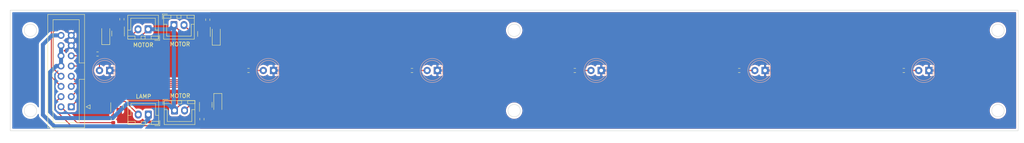
<source format=kicad_pcb>
(kicad_pcb (version 20221018) (generator pcbnew)
  (layers (0 "F.Cu" signal) (31 "B.Cu" signal) (34 "B.Paste" user) (35 "F.Paste" user) (36 "B.SilkS" user "B.Silkscreen") (37 "F.SilkS" user "F.Silkscreen") (38 "B.Mask" user) (39 "F.Mask" user) (44 "Edge.Cuts" user))
  (net 0 "")
  (net 1 "+5V")
  (net 2 "GND")
  (net 3 "Net-(D1-A)")
  (net 4 "Net-(D2-A)")
  (net 5 "Net-(D3-A)")
  (net 6 "Net-(D4-A)")
  (net 7 "Net-(D5-A)")
  (net 8 "Net-(D6-A)")
  (net 9 "Net-(D7-A)")
  (net 10 "Net-(D8-A)")
  (net 11 "Net-(D9-A)")
  (net 12 "+12V")
  (net 13 "Net-(J4-Pin_2)")
  (net 14 "D1")
  (net 15 "LAMP")
  (net 16 "D2")
  (net 17 "M1")
  (net 18 "D3")
  (net 19 "M2")
  (net 20 "D4")
  (net 21 "M3")
  (net 22 "D5")
  (net 23 "D6")
  (net 24 "Net-(Q1-G)")
  (net 25 "Net-(Q2-G)")
  (net 26 "Net-(Q3-G)")
  (net 27 "Net-(Q4-G)")
  (footprint "Resistor_SMD:R_0603_1608Metric" (layer "F.Cu") (at 221.65 15)
    (fp_text reference "R1" hide)
    (fp_text value "1k")
    (fp_line (start -0.237258 -0.5225) (end 0.237258 -0.5225) (stroke (width 0.12)) (layer "F.SilkS"))
    (fp_line (start -0.237258 0.5225) (end 0.237258 0.5225) (stroke (width 0.12)) (layer "F.SilkS"))
    (pad "1" smd roundrect (at -0.825 0) (size 0.8 0.95) (layers "F.Cu" "F.Paste" "F.Mask") (net 14 "D1"))
    (pad "2" smd roundrect (at 0.825 0) (size 0.8 0.95) (layers "F.Cu" "F.Paste" "F.Mask") (net 3 "Net-(D1-A)"))
  )
  (footprint "Connector_JST:JST_XH_B2B-XH-A_1x02_P2.50mm_Vertical" (layer "F.Cu") (at 40.75 24.95)
    (fp_text reference "J1" hide)
    (fp_text value "Conn_01x02")
    (fp_line (start -2.85 -2.75) (end -2.85 -1.5) (stroke (width 0.12)) (layer "F.SilkS"))
    (fp_line (start -2.56 -2.46) (end -2.56 3.51) (stroke (width 0.12)) (layer "F.SilkS"))
    (fp_line (start -2.56 3.51) (end 5.06 3.51) (stroke (width 0.12)) (layer "F.SilkS"))
    (fp_line (start -2.55 -2.45) (end -2.55 -1.7) (stroke (width 0.12)) (layer "F.SilkS"))
    (fp_line (start -2.55 -1.7) (end -0.75 -1.7) (stroke (width 0.12)) (layer "F.SilkS"))
    (fp_line (start -2.55 -0.2) (end -1.8 -0.2) (stroke (width 0.12)) (layer "F.SilkS"))
    (fp_line (start -1.8 -0.2) (end -1.8 2.75) (stroke (width 0.12)) (layer "F.SilkS"))
    (fp_line (start -1.8 2.75) (end 1.25 2.75) (stroke (width 0.12)) (layer "F.SilkS"))
    (fp_line (start -1.6 -2.75) (end -2.85 -2.75) (stroke (width 0.12)) (layer "F.SilkS"))
    (fp_line (start -0.75 -2.45) (end -2.55 -2.45) (stroke (width 0.12)) (layer "F.SilkS"))
    (fp_line (start -0.75 -1.7) (end -0.75 -2.45) (stroke (width 0.12)) (layer "F.SilkS"))
    (fp_line (start 0.75 -2.45) (end 0.75 -1.7) (stroke (width 0.12)) (layer "F.SilkS"))
    (fp_line (start 0.75 -1.7) (end 1.75 -1.7) (stroke (width 0.12)) (layer "F.SilkS"))
    (fp_line (start 1.75 -2.45) (end 0.75 -2.45) (stroke (width 0.12)) (layer "F.SilkS"))
    (fp_line (start 1.75 -1.7) (end 1.75 -2.45) (stroke (width 0.12)) (layer "F.SilkS"))
    (fp_line (start 3.25 -2.45) (end 3.25 -1.7) (stroke (width 0.12)) (layer "F.SilkS"))
    (fp_line (start 3.25 -1.7) (end 5.05 -1.7) (stroke (width 0.12)) (layer "F.SilkS"))
    (fp_line (start 4.3 -0.2) (end 4.3 2.75) (stroke (width 0.12)) (layer "F.SilkS"))
    (fp_line (start 4.3 2.75) (end 1.25 2.75) (stroke (width 0.12)) (layer "F.SilkS"))
    (fp_line (start 5.05 -2.45) (end 3.25 -2.45) (stroke (width 0.12)) (layer "F.SilkS"))
    (fp_line (start 5.05 -1.7) (end 5.05 -2.45) (stroke (width 0.12)) (layer "F.SilkS"))
    (fp_line (start 5.05 -0.2) (end 4.3 -0.2) (stroke (width 0.12)) (layer "F.SilkS"))
    (fp_line (start 5.06 -2.46) (end -2.56 -2.46) (stroke (width 0.12)) (layer "F.SilkS"))
    (fp_line (start 5.06 3.51) (end 5.06 -2.46) (stroke (width 0.12)) (layer "F.SilkS"))
    (pad "1" thru_hole roundrect (at 0 0) (size 1.7 2) (drill 1) (layers "*.Cu" "*.Mask") (roundrect_rratio 0.1470588235) (net 1 "+5V"))
    (pad "2" thru_hole oval (at 2.5 0) (size 1.7 2) (drill 1) (layers "*.Cu" "*.Mask") (net 9 "Net-(D7-A)"))
  )
  (footprint "Package_TO_SOT_SMD:SOT-23" (layer "F.Cu") (at 48.05 5.9 -90)
    (fp_text reference "Q3" hide)
    (fp_text value "2N7002")
    (fp_line (start 0 -1.56) (end -1.675 -1.56) (stroke (width 0.12)) (layer "F.SilkS"))
    (fp_line (start 0 -1.56) (end 0.65 -1.56) (stroke (width 0.12)) (layer "F.SilkS"))
    (fp_line (start 0 1.56) (end -0.65 1.56) (stroke (width 0.12)) (layer "F.SilkS"))
    (fp_line (start 0 1.56) (end 0.65 1.56) (stroke (width 0.12)) (layer "F.SilkS"))
    (pad "1" smd roundrect (at -0.9375 -0.95 270) (size 1.475 0.6) (layers "F.Cu" "F.Paste" "F.Mask") (net 26 "Net-(Q3-G)"))
    (pad "2" smd roundrect (at -0.9375 0.95 270) (size 1.475 0.6) (layers "F.Cu" "F.Paste" "F.Mask") (net 2 "GND"))
    (pad "3" smd roundrect (at 0.9375 0 270) (size 1.475 0.6) (layers "F.Cu" "F.Paste" "F.Mask") (net 11 "Net-(D9-A)"))
  )
  (footprint "Diode_SMD:D_SOD-123" (layer "F.Cu") (at 51.1 6.35 90)
    (fp_text reference "D9" hide)
    (fp_text value "1N4148W")
    (fp_line (start -2.36 -1) (end -2.36 1) (stroke (width 0.12)) (layer "F.SilkS"))
    (fp_line (start -2.36 -1) (end 1.65 -1) (stroke (width 0.12)) (layer "F.SilkS"))
    (fp_line (start -2.36 1) (end 1.65 1) (stroke (width 0.12)) (layer "F.SilkS"))
    (pad "1" smd roundrect (at -1.65 0 90) (size 0.9 1.2) (layers "F.Cu" "F.Paste" "F.Mask") (net 1 "+5V"))
    (pad "2" smd roundrect (at 1.65 0 90) (size 0.9 1.2) (layers "F.Cu" "F.Paste" "F.Mask") (net 11 "Net-(D9-A)"))
  )
  (footprint "Package_TO_SOT_SMD:SOT-23" (layer "F.Cu") (at 26.75 5.8 -90)
    (fp_text reference "Q2" hide)
    (fp_text value "2N7002")
    (fp_line (start 0 -1.56) (end -1.675 -1.56) (stroke (width 0.12)) (layer "F.SilkS"))
    (fp_line (start 0 -1.56) (end 0.65 -1.56) (stroke (width 0.12)) (layer "F.SilkS"))
    (fp_line (start 0 1.56) (end -0.65 1.56) (stroke (width 0.12)) (layer "F.SilkS"))
    (fp_line (start 0 1.56) (end 0.65 1.56) (stroke (width 0.12)) (layer "F.SilkS"))
    (pad "1" smd roundrect (at -0.9375 -0.95 270) (size 1.475 0.6) (layers "F.Cu" "F.Paste" "F.Mask") (net 25 "Net-(Q2-G)"))
    (pad "2" smd roundrect (at -0.9375 0.95 270) (size 1.475 0.6) (layers "F.Cu" "F.Paste" "F.Mask") (net 2 "GND"))
    (pad "3" smd roundrect (at 0.9375 0 270) (size 1.475 0.6) (layers "F.Cu" "F.Paste" "F.Mask") (net 10 "Net-(D8-A)"))
  )
  (footprint "Resistor_SMD:R_0603_1608Metric" (layer "F.Cu") (at 25.55 27.1625 90)
    (fp_text reference "R10" hide)
    (fp_text value "100")
    (fp_line (start -0.237258 -0.5225) (end 0.237258 -0.5225) (stroke (width 0.12)) (layer "F.SilkS"))
    (fp_line (start -0.237258 0.5225) (end 0.237258 0.5225) (stroke (width 0.12)) (layer "F.SilkS"))
    (pad "1" smd roundrect (at -0.825 0 90) (size 0.8 0.95) (layers "F.Cu" "F.Paste" "F.Mask") (net 15 "LAMP"))
    (pad "2" smd roundrect (at 0.825 0 90) (size 0.8 0.95) (layers "F.Cu" "F.Paste" "F.Mask") (net 27 "Net-(Q4-G)"))
  )
  (footprint "Resistor_SMD:R_0603_1608Metric" (layer "F.Cu") (at 27.7 2.2375 -90)
    (fp_text reference "R8" hide)
    (fp_text value "100")
    (fp_line (start -0.237258 -0.5225) (end 0.237258 -0.5225) (stroke (width 0.12)) (layer "F.SilkS"))
    (fp_line (start -0.237258 0.5225) (end 0.237258 0.5225) (stroke (width 0.12)) (layer "F.SilkS"))
    (pad "1" smd roundrect (at -0.825 0 270) (size 0.8 0.95) (layers "F.Cu" "F.Paste" "F.Mask") (net 19 "M2"))
    (pad "2" smd roundrect (at 0.825 0 270) (size 0.8 0.95) (layers "F.Cu" "F.Paste" "F.Mask") (net 25 "Net-(Q2-G)"))
  )
  (footprint "Resistor_SMD:R_0603_1608Metric" (layer "F.Cu") (at 21.65 10.9)
    (fp_text reference "R6" hide)
    (fp_text value "1k")
    (fp_line (start -0.237258 -0.5225) (end 0.237258 -0.5225) (stroke (width 0.12)) (layer "F.SilkS"))
    (fp_line (start -0.237258 0.5225) (end 0.237258 0.5225) (stroke (width 0.12)) (layer "F.SilkS"))
    (pad "1" smd roundrect (at -0.825 0) (size 0.8 0.95) (layers "F.Cu" "F.Paste" "F.Mask") (net 23 "D6"))
    (pad "2" smd roundrect (at 0.825 0) (size 0.8 0.95) (layers "F.Cu" "F.Paste" "F.Mask") (net 8 "Net-(D6-A)"))
  )
  (footprint "Connector_JST:JST_XH_B2B-XH-A_1x02_P2.50mm_Vertical" (layer "F.Cu") (at 34.25 25.975 180)
    (fp_text reference "J4" hide)
    (fp_text value "Conn_01x02")
    (fp_line (start -2.85 -2.75) (end -2.85 -1.5) (stroke (width 0.12)) (layer "F.SilkS"))
    (fp_line (start -2.56 -2.46) (end -2.56 3.51) (stroke (width 0.12)) (layer "F.SilkS"))
    (fp_line (start -2.56 3.51) (end 5.06 3.51) (stroke (width 0.12)) (layer "F.SilkS"))
    (fp_line (start -2.55 -2.45) (end -2.55 -1.7) (stroke (width 0.12)) (layer "F.SilkS"))
    (fp_line (start -2.55 -1.7) (end -0.75 -1.7) (stroke (width 0.12)) (layer "F.SilkS"))
    (fp_line (start -2.55 -0.2) (end -1.8 -0.2) (stroke (width 0.12)) (layer "F.SilkS"))
    (fp_line (start -1.8 -0.2) (end -1.8 2.75) (stroke (width 0.12)) (layer "F.SilkS"))
    (fp_line (start -1.8 2.75) (end 1.25 2.75) (stroke (width 0.12)) (layer "F.SilkS"))
    (fp_line (start -1.6 -2.75) (end -2.85 -2.75) (stroke (width 0.12)) (layer "F.SilkS"))
    (fp_line (start -0.75 -2.45) (end -2.55 -2.45) (stroke (width 0.12)) (layer "F.SilkS"))
    (fp_line (start -0.75 -1.7) (end -0.75 -2.45) (stroke (width 0.12)) (layer "F.SilkS"))
    (fp_line (start 0.75 -2.45) (end 0.75 -1.7) (stroke (width 0.12)) (layer "F.SilkS"))
    (fp_line (start 0.75 -1.7) (end 1.75 -1.7) (stroke (width 0.12)) (layer "F.SilkS"))
    (fp_line (start 1.75 -2.45) (end 0.75 -2.45) (stroke (width 0.12)) (layer "F.SilkS"))
    (fp_line (start 1.75 -1.7) (end 1.75 -2.45) (stroke (width 0.12)) (layer "F.SilkS"))
    (fp_line (start 3.25 -2.45) (end 3.25 -1.7) (stroke (width 0.12)) (layer "F.SilkS"))
    (fp_line (start 3.25 -1.7) (end 5.05 -1.7) (stroke (width 0.12)) (layer "F.SilkS"))
    (fp_line (start 4.3 -0.2) (end 4.3 2.75) (stroke (width 0.12)) (layer "F.SilkS"))
    (fp_line (start 4.3 2.75) (end 1.25 2.75) (stroke (width 0.12)) (layer "F.SilkS"))
    (fp_line (start 5.05 -2.45) (end 3.25 -2.45) (stroke (width 0.12)) (layer "F.SilkS"))
    (fp_line (start 5.05 -1.7) (end 5.05 -2.45) (stroke (width 0.12)) (layer "F.SilkS"))
    (fp_line (start 5.05 -0.2) (end 4.3 -0.2) (stroke (width 0.12)) (layer "F.SilkS"))
    (fp_line (start 5.06 -2.46) (end -2.56 -2.46) (stroke (width 0.12)) (layer "F.SilkS"))
    (fp_line (start 5.06 3.51) (end 5.06 -2.46) (stroke (width 0.12)) (layer "F.SilkS"))
    (pad "1" thru_hole roundrect (at 0 0 180) (size 1.7 2) (drill 1) (layers "*.Cu" "*.Mask") (roundrect_rratio 0.1470588235) (net 12 "+12V"))
    (pad "2" thru_hole oval (at 2.5 0 180) (size 1.7 2) (drill 1) (layers "*.Cu" "*.Mask") (net 13 "Net-(J4-Pin_2)"))
  )
  (footprint "Package_TO_SOT_SMD:SOT-23" (layer "F.Cu") (at 48.5 23.55 90)
    (fp_text reference "Q1" hide)
    (fp_text value "2N7002")
    (fp_line (start 0 -1.56) (end -1.675 -1.56) (stroke (width 0.12)) (layer "F.SilkS"))
    (fp_line (start 0 -1.56) (end 0.65 -1.56) (stroke (width 0.12)) (layer "F.SilkS"))
    (fp_line (start 0 1.56) (end -0.65 1.56) (stroke (width 0.12)) (layer "F.SilkS"))
    (fp_line (start 0 1.56) (end 0.65 1.56) (stroke (width 0.12)) (layer "F.SilkS"))
    (pad "1" smd roundrect (at -0.9375 -0.95 90) (size 1.475 0.6) (layers "F.Cu" "F.Paste" "F.Mask") (net 24 "Net-(Q1-G)"))
    (pad "2" smd roundrect (at -0.9375 0.95 90) (size 1.475 0.6) (layers "F.Cu" "F.Paste" "F.Mask") (net 2 "GND"))
    (pad "3" smd roundrect (at 0.9375 0 90) (size 1.475 0.6) (layers "F.Cu" "F.Paste" "F.Mask") (net 9 "Net-(D7-A)"))
  )
  (footprint "Connector_IDC:IDC-Header_2x08_P2.54mm_Vertical" (layer "F.Cu") (at 15.14 24.05 180)
    (fp_text reference "J5" hide)
    (fp_text value "HEAD_LEDS")
    (fp_line (start -4.68 -0.5) (end -4.68 0.5) (stroke (width 0.12)) (layer "F.SilkS"))
    (fp_line (start -4.68 0.5) (end -3.68 0) (stroke (width 0.12)) (layer "F.SilkS"))
    (fp_line (start -3.68 0) (end -4.68 -0.5) (stroke (width 0.12)) (layer "F.SilkS"))
    (fp_line (start -3.29 -5.21) (end 5.83 -5.21) (stroke (width 0.12)) (layer "F.SilkS"))
    (fp_line (start -3.29 6.84) (end -1.98 6.84) (stroke (width 0.12)) (layer "F.SilkS"))
    (fp_line (start -3.29 22.99) (end -3.29 -5.21) (stroke (width 0.12)) (layer "F.SilkS"))
    (fp_line (start -1.98 -3.91) (end 4.52 -3.91) (stroke (width 0.12)) (layer "F.SilkS"))
    (fp_line (start -1.98 6.84) (end -1.98 -3.91) (stroke (width 0.12)) (layer "F.SilkS"))
    (fp_line (start -1.98 10.94) (end -3.29 10.94) (stroke (width 0.12)) (layer "F.SilkS"))
    (fp_line (start -1.98 10.94) (end -1.98 10.94) (stroke (width 0.12)) (layer "F.SilkS"))
    (fp_line (start -1.98 21.69) (end -1.98 10.94) (stroke (width 0.12)) (layer "F.SilkS"))
    (fp_line (start 4.52 -3.91) (end 4.52 21.69) (stroke (width 0.12)) (layer "F.SilkS"))
    (fp_line (start 4.52 21.69) (end -1.98 21.69) (stroke (width 0.12)) (layer "F.SilkS"))
    (fp_line (start 5.83 -5.21) (end 5.83 22.99) (stroke (width 0.12)) (layer "F.SilkS"))
    (fp_line (start 5.83 22.99) (end -3.29 22.99) (stroke (width 0.12)) (layer "F.SilkS"))
    (pad "1" thru_hole roundrect (at 0 0 180) (size 1.7 1.7) (drill 1) (layers "*.Cu" "*.Mask") (roundrect_rratio 0.1470588235) (net 14 "D1"))
    (pad "2" thru_hole circle (at 2.54 0 180) (size 1.7 1.7) (drill 1) (layers "*.Cu" "*.Mask") (net 15 "LAMP"))
    (pad "3" thru_hole circle (at 0 2.54 180) (size 1.7 1.7) (drill 1) (layers "*.Cu" "*.Mask") (net 16 "D2"))
    (pad "4" thru_hole circle (at 2.54 2.54 180) (size 1.7 1.7) (drill 1) (layers "*.Cu" "*.Mask") (net 17 "M1"))
    (pad "5" thru_hole circle (at 0 5.08 180) (size 1.7 1.7) (drill 1) (layers "*.Cu" "*.Mask") (net 18 "D3"))
    (pad "6" thru_hole circle (at 2.54 5.08 180) (size 1.7 1.7) (drill 1) (layers "*.Cu" "*.Mask") (net 19 "M2"))
    (pad "7" thru_hole circle (at 0 7.62 180) (size 1.7 1.7) (drill 1) (layers "*.Cu" "*.Mask") (net 20 "D4"))
    (pad "8" thru_hole circle (at 2.54 7.62 180) (size 1.7 1.7) (drill 1) (layers "*.Cu" "*.Mask") (net 21 "M3"))
    (pad "9" thru_hole circle (at 0 10.16 180) (size 1.7 1.7) (drill 1) (layers "*.Cu" "*.Mask") (net 22 "D5"))
    (pad "10" thru_hole circle (at 2.54 10.16 180) (size 1.7 1.7) (drill 1) (layers "*.Cu" "*.Mask") (net 1 "+5V"))
    (pad "11" thru_hole circle (at 0 12.7 180) (size 1.7 1.7) (drill 1) (layers "*.Cu" "*.Mask") (net 23 "D6"))
    (pad "12" thru_hole circle (at 2.54 12.7 180) (size 1.7 1.7) (drill 1) (layers "*.Cu" "*.Mask") (net 1 "+5V"))
    (pad "13" thru_hole circle (at 0 15.24 180) (size 1.7 1.7) (drill 1) (layers "*.Cu" "*.Mask") (net 2 "GND"))
    (pad "14" thru_hole circle (at 2.54 15.24 180) (size 1.7 1.7) (drill 1) (layers "*.Cu" "*.Mask") (net 1 "+5V"))
    (pad "15" thru_hole circle (at 0 17.78 180) (size 1.7 1.7) (drill 1) (layers "*.Cu" "*.Mask") (net 2 "GND"))
    (pad "16" thru_hole circle (at 2.54 17.78 180) (size 1.7 1.7) (drill 1) (layers "*.Cu" "*.Mask") (net 12 "+12V"))
  )
  (footprint "Resistor_SMD:R_0603_1608Metric" (layer "F.Cu") (at 47.55 27.1125 90)
    (fp_text reference "R7" hide)
    (fp_text value "100")
    (fp_line (start -0.237258 -0.5225) (end 0.237258 -0.5225) (stroke (width 0.12)) (layer "F.SilkS"))
    (fp_line (start -0.237258 0.5225) (end 0.237258 0.5225) (stroke (width 0.12)) (layer "F.SilkS"))
    (pad "1" smd roundrect (at -0.825 0 90) (size 0.8 0.95) (layers "F.Cu" "F.Paste" "F.Mask") (net 17 "M1"))
    (pad "2" smd roundrect (at 0.825 0 90) (size 0.8 0.95) (layers "F.Cu" "F.Paste" "F.Mask") (net 24 "Net-(Q1-G)"))
  )
  (footprint "Connector_JST:JST_XH_B2B-XH-A_1x02_P2.50mm_Vertical" (layer "F.Cu") (at 34.2 4.75 180)
    (fp_text reference "J2" hide)
    (fp_text value "Conn_01x02")
    (fp_line (start -2.85 -2.75) (end -2.85 -1.5) (stroke (width 0.12)) (layer "F.SilkS"))
    (fp_line (start -2.56 -2.46) (end -2.56 3.51) (stroke (width 0.12)) (layer "F.SilkS"))
    (fp_line (start -2.56 3.51) (end 5.06 3.51) (stroke (width 0.12)) (layer "F.SilkS"))
    (fp_line (start -2.55 -2.45) (end -2.55 -1.7) (stroke (width 0.12)) (layer "F.SilkS"))
    (fp_line (start -2.55 -1.7) (end -0.75 -1.7) (stroke (width 0.12)) (layer "F.SilkS"))
    (fp_line (start -2.55 -0.2) (end -1.8 -0.2) (stroke (width 0.12)) (layer "F.SilkS"))
    (fp_line (start -1.8 -0.2) (end -1.8 2.75) (stroke (width 0.12)) (layer "F.SilkS"))
    (fp_line (start -1.8 2.75) (end 1.25 2.75) (stroke (width 0.12)) (layer "F.SilkS"))
    (fp_line (start -1.6 -2.75) (end -2.85 -2.75) (stroke (width 0.12)) (layer "F.SilkS"))
    (fp_line (start -0.75 -2.45) (end -2.55 -2.45) (stroke (width 0.12)) (layer "F.SilkS"))
    (fp_line (start -0.75 -1.7) (end -0.75 -2.45) (stroke (width 0.12)) (layer "F.SilkS"))
    (fp_line (start 0.75 -2.45) (end 0.75 -1.7) (stroke (width 0.12)) (layer "F.SilkS"))
    (fp_line (start 0.75 -1.7) (end 1.75 -1.7) (stroke (width 0.12)) (layer "F.SilkS"))
    (fp_line (start 1.75 -2.45) (end 0.75 -2.45) (stroke (width 0.12)) (layer "F.SilkS"))
    (fp_line (start 1.75 -1.7) (end 1.75 -2.45) (stroke (width 0.12)) (layer "F.SilkS"))
    (fp_line (start 3.25 -2.45) (end 3.25 -1.7) (stroke (width 0.12)) (layer "F.SilkS"))
    (fp_line (start 3.25 -1.7) (end 5.05 -1.7) (stroke (width 0.12)) (layer "F.SilkS"))
    (fp_line (start 4.3 -0.2) (end 4.3 2.75) (stroke (width 0.12)) (layer "F.SilkS"))
    (fp_line (start 4.3 2.75) (end 1.25 2.75) (stroke (width 0.12)) (layer "F.SilkS"))
    (fp_line (start 5.05 -2.45) (end 3.25 -2.45) (stroke (width 0.12)) (layer "F.SilkS"))
    (fp_line (start 5.05 -1.7) (end 5.05 -2.45) (stroke (width 0.12)) (layer "F.SilkS"))
    (fp_line (start 5.05 -0.2) (end 4.3 -0.2) (stroke (width 0.12)) (layer "F.SilkS"))
    (fp_line (start 5.06 -2.46) (end -2.56 -2.46) (stroke (width 0.12)) (layer "F.SilkS"))
    (fp_line (start 5.06 3.51) (end 5.06 -2.46) (stroke (width 0.12)) (layer "F.SilkS"))
    (pad "1" thru_hole roundrect (at 0 0 180) (size 1.7 2) (drill 1) (layers "*.Cu" "*.Mask") (roundrect_rratio 0.1470588235) (net 1 "+5V"))
    (pad "2" thru_hole oval (at 2.5 0 180) (size 1.7 2) (drill 1) (layers "*.Cu" "*.Mask") (net 10 "Net-(D8-A)"))
  )
  (footprint "Diode_SMD:D_SOD-123" (layer "F.Cu") (at 23.7 6.2 90)
    (fp_text reference "D8" hide)
    (fp_text value "1N4148W")
    (fp_line (start -2.36 -1) (end -2.36 1) (stroke (width 0.12)) (layer "F.SilkS"))
    (fp_line (start -2.36 -1) (end 1.65 -1) (stroke (width 0.12)) (layer "F.SilkS"))
    (fp_line (start -2.36 1) (end 1.65 1) (stroke (width 0.12)) (layer "F.SilkS"))
    (pad "1" smd roundrect (at -1.65 0 90) (size 0.9 1.2) (layers "F.Cu" "F.Paste" "F.Mask") (net 1 "+5V"))
    (pad "2" smd roundrect (at 1.65 0 90) (size 0.9 1.2) (layers "F.Cu" "F.Paste" "F.Mask") (net 10 "Net-(D8-A)"))
  )
  (footprint "Resistor_SMD:R_0603_1608Metric" (layer "F.Cu") (at 140.05 15)
    (fp_text reference "R3" hide)
    (fp_text value "1k")
    (fp_line (start -0.237258 -0.5225) (end 0.237258 -0.5225) (stroke (width 0.12)) (layer "F.SilkS"))
    (fp_line (start -0.237258 0.5225) (end 0.237258 0.5225) (stroke (width 0.12)) (layer "F.SilkS"))
    (pad "1" smd roundrect (at -0.825 0) (size 0.8 0.95) (layers "F.Cu" "F.Paste" "F.Mask") (net 18 "D3"))
    (pad "2" smd roundrect (at 0.825 0) (size 0.8 0.95) (layers "F.Cu" "F.Paste" "F.Mask") (net 5 "Net-(D3-A)"))
  )
  (footprint "Package_TO_SOT_SMD:SOT-23" (layer "F.Cu") (at 26.5 23.65 90)
    (fp_text reference "Q4" hide)
    (fp_text value "2N7002")
    (fp_line (start 0 -1.56) (end -1.675 -1.56) (stroke (width 0.12)) (layer "F.SilkS"))
    (fp_line (start 0 -1.56) (end 0.65 -1.56) (stroke (width 0.12)) (layer "F.SilkS"))
    (fp_line (start 0 1.56) (end -0.65 1.56) (stroke (width 0.12)) (layer "F.SilkS"))
    (fp_line (start 0 1.56) (end 0.65 1.56) (stroke (width 0.12)) (layer "F.SilkS"))
    (pad "1" smd roundrect (at -0.9375 -0.95 90) (size 1.475 0.6) (layers "F.Cu" "F.Paste" "F.Mask") (net 27 "Net-(Q4-G)"))
    (pad "2" smd roundrect (at -0.9375 0.95 90) (size 1.475 0.6) (layers "F.Cu" "F.Paste" "F.Mask") (net 2 "GND"))
    (pad "3" smd roundrect (at 0.9375 0 90) (size 1.475 0.6) (layers "F.Cu" "F.Paste" "F.Mask") (net 13 "Net-(J4-Pin_2)"))
  )
  (footprint "Resistor_SMD:R_0603_1608Metric" (layer "F.Cu") (at 99.65 15)
    (fp_text reference "R4" hide)
    (fp_text value "1k")
    (fp_line (start -0.237258 -0.5225) (end 0.237258 -0.5225) (stroke (width 0.12)) (layer "F.SilkS"))
    (fp_line (start -0.237258 0.5225) (end 0.237258 0.5225) (stroke (width 0.12)) (layer "F.SilkS"))
    (pad "1" smd roundrect (at -0.825 0) (size 0.8 0.95) (layers "F.Cu" "F.Paste" "F.Mask") (net 20 "D4"))
    (pad "2" smd roundrect (at 0.825 0) (size 0.8 0.95) (layers "F.Cu" "F.Paste" "F.Mask") (net 6 "Net-(D4-A)"))
  )
  (footprint "Resistor_SMD:R_0603_1608Metric" (layer "F.Cu") (at 180.825 15)
    (fp_text reference "R2" hide)
    (fp_text value "1k")
    (fp_line (start -0.237258 -0.5225) (end 0.237258 -0.5225) (stroke (width 0.12)) (layer "F.SilkS"))
    (fp_line (start -0.237258 0.5225) (end 0.237258 0.5225) (stroke (width 0.12)) (layer "F.SilkS"))
    (pad "1" smd roundrect (at -0.825 0) (size 0.8 0.95) (layers "F.Cu" "F.Paste" "F.Mask") (net 16 "D2"))
    (pad "2" smd roundrect (at 0.825 0) (size 0.8 0.95) (layers "F.Cu" "F.Paste" "F.Mask") (net 4 "Net-(D2-A)"))
  )
  (footprint "Resistor_SMD:R_0603_1608Metric" (layer "F.Cu") (at 59.1 15)
    (fp_text reference "R5" hide)
    (fp_text value "1k")
    (fp_line (start -0.237258 -0.5225) (end 0.237258 -0.5225) (stroke (width 0.12)) (layer "F.SilkS"))
    (fp_line (start -0.237258 0.5225) (end 0.237258 0.5225) (stroke (width 0.12)) (layer "F.SilkS"))
    (pad "1" smd roundrect (at -0.825 0) (size 0.8 0.95) (layers "F.Cu" "F.Paste" "F.Mask") (net 22 "D5"))
    (pad "2" smd roundrect (at 0.825 0) (size 0.8 0.95) (layers "F.Cu" "F.Paste" "F.Mask") (net 7 "Net-(D5-A)"))
  )
  (footprint "Diode_SMD:D_SOD-123" (layer "F.Cu") (at 51.5 23.1 -90)
    (fp_text reference "D7" hide)
    (fp_text value "1N4148W")
    (fp_line (start -2.36 -1) (end -2.36 1) (stroke (width 0.12)) (layer "F.SilkS"))
    (fp_line (start -2.36 -1) (end 1.65 -1) (stroke (width 0.12)) (layer "F.SilkS"))
    (fp_line (start -2.36 1) (end 1.65 1) (stroke (width 0.12)) (layer "F.SilkS"))
    (pad "1" smd roundrect (at -1.65 0 270) (size 0.9 1.2) (layers "F.Cu" "F.Paste" "F.Mask") (net 1 "+5V"))
    (pad "2" smd roundrect (at 1.65 0 270) (size 0.9 1.2) (layers "F.Cu" "F.Paste" "F.Mask") (net 9 "Net-(D7-A)"))
  )
  (footprint "Resistor_SMD:R_0603_1608Metric" (layer "F.Cu") (at 49 2.3625 -90)
    (fp_text reference "R9" hide)
    (fp_text value "100")
    (fp_line (start -0.237258 -0.5225) (end 0.237258 -0.5225) (stroke (width 0.12)) (layer "F.SilkS"))
    (fp_line (start -0.237258 0.5225) (end 0.237258 0.5225) (stroke (width 0.12)) (layer "F.SilkS"))
    (pad "1" smd roundrect (at -0.825 0 270) (size 0.8 0.95) (layers "F.Cu" "F.Paste" "F.Mask") (net 21 "M3"))
    (pad "2" smd roundrect (at 0.825 0 270) (size 0.8 0.95) (layers "F.Cu" "F.Paste" "F.Mask") (net 26 "Net-(Q3-G)"))
  )
  (footprint "Connector_JST:JST_XH_B2B-XH-A_1x02_P2.50mm_Vertical" (layer "F.Cu") (at 40.6 3.7)
    (fp_text reference "J3" hide)
    (fp_text value "Conn_01x02")
    (fp_line (start -2.85 -2.75) (end -2.85 -1.5) (stroke (width 0.12)) (layer "F.SilkS"))
    (fp_line (start -2.56 -2.46) (end -2.56 3.51) (stroke (width 0.12)) (layer "F.SilkS"))
    (fp_line (start -2.56 3.51) (end 5.06 3.51) (stroke (width 0.12)) (layer "F.SilkS"))
    (fp_line (start -2.55 -2.45) (end -2.55 -1.7) (stroke (width 0.12)) (layer "F.SilkS"))
    (fp_line (start -2.55 -1.7) (end -0.75 -1.7) (stroke (width 0.12)) (layer "F.SilkS"))
    (fp_line (start -2.55 -0.2) (end -1.8 -0.2) (stroke (width 0.12)) (layer "F.SilkS"))
    (fp_line (start -1.8 -0.2) (end -1.8 2.75) (stroke (width 0.12)) (layer "F.SilkS"))
    (fp_line (start -1.8 2.75) (end 1.25 2.75) (stroke (width 0.12)) (layer "F.SilkS"))
    (fp_line (start -1.6 -2.75) (end -2.85 -2.75) (stroke (width 0.12)) (layer "F.SilkS"))
    (fp_line (start -0.75 -2.45) (end -2.55 -2.45) (stroke (width 0.12)) (layer "F.SilkS"))
    (fp_line (start -0.75 -1.7) (end -0.75 -2.45) (stroke (width 0.12)) (layer "F.SilkS"))
    (fp_line (start 0.75 -2.45) (end 0.75 -1.7) (stroke (width 0.12)) (layer "F.SilkS"))
    (fp_line (start 0.75 -1.7) (end 1.75 -1.7) (stroke (width 0.12)) (layer "F.SilkS"))
    (fp_line (start 1.75 -2.45) (end 0.75 -2.45) (stroke (width 0.12)) (layer "F.SilkS"))
    (fp_line (start 1.75 -1.7) (end 1.75 -2.45) (stroke (width 0.12)) (layer "F.SilkS"))
    (fp_line (start 3.25 -2.45) (end 3.25 -1.7) (stroke (width 0.12)) (layer "F.SilkS"))
    (fp_line (start 3.25 -1.7) (end 5.05 -1.7) (stroke (width 0.12)) (layer "F.SilkS"))
    (fp_line (start 4.3 -0.2) (end 4.3 2.75) (stroke (width 0.12)) (layer "F.SilkS"))
    (fp_line (start 4.3 2.75) (end 1.25 2.75) (stroke (width 0.12)) (layer "F.SilkS"))
    (fp_line (start 5.05 -2.45) (end 3.25 -2.45) (stroke (width 0.12)) (layer "F.SilkS"))
    (fp_line (start 5.05 -1.7) (end 5.05 -2.45) (stroke (width 0.12)) (layer "F.SilkS"))
    (fp_line (start 5.05 -0.2) (end 4.3 -0.2) (stroke (width 0.12)) (layer "F.SilkS"))
    (fp_line (start 5.06 -2.46) (end -2.56 -2.46) (stroke (width 0.12)) (layer "F.SilkS"))
    (fp_line (start 5.06 3.51) (end 5.06 -2.46) (stroke (width 0.12)) (layer "F.SilkS"))
    (pad "1" thru_hole roundrect (at 0 0) (size 1.7 2) (drill 1) (layers "*.Cu" "*.Mask") (roundrect_rratio 0.1470588235) (net 1 "+5V"))
    (pad "2" thru_hole oval (at 2.5 0) (size 1.7 2) (drill 1) (layers "*.Cu" "*.Mask") (net 11 "Net-(D9-A)"))
  )
  (footprint "LED_THT:LED_D5.0mm_Clear" (layer "B.Cu") (at 65.315 15 180)
    (fp_text reference "D5" hide)
    (fp_text value "LED")
    (fp_line (start -1.29 1.545) (end -1.29 -1.545) (stroke (width 0.12)) (layer "B.SilkS"))
    (fp_arc (start -1.29 -1.54483) (mid 2.072002 -2.880433) (end 4.26 0.000462) (stroke (width 0.12)) (layer "B.SilkS"))
    (fp_arc (start 4.26 -0.000462) (mid 2.072002 2.880433) (end -1.29 1.54483) (stroke (width 0.12)) (layer "B.SilkS"))
    (fp_circle (center 1.27 0) (end 3.77 0) (stroke (width 0.12)) (fill none) (layer "B.SilkS"))
    (pad "1" thru_hole rect (at 0 0 180) (size 1.8 1.8) (drill 0.9) (layers "*.Cu" "*.Mask") (net 2 "GND"))
    (pad "2" thru_hole circle (at 2.54 0 180) (size 1.8 1.8) (drill 0.9) (layers "*.Cu" "*.Mask") (net 7 "Net-(D5-A)"))
  )
  (footprint "LED_THT:LED_D5.0mm_Clear" (layer "B.Cu") (at 24.675 15 180)
    (fp_text reference "D6" hide)
    (fp_text value "LED")
    (fp_line (start -1.29 1.545) (end -1.29 -1.545) (stroke (width 0.12)) (layer "B.SilkS"))
    (fp_arc (start -1.29 -1.54483) (mid 2.072002 -2.880433) (end 4.26 0.000462) (stroke (width 0.12)) (layer "B.SilkS"))
    (fp_arc (start 4.26 -0.000462) (mid 2.072002 2.880433) (end -1.29 1.54483) (stroke (width 0.12)) (layer "B.SilkS"))
    (fp_circle (center 1.27 0) (end 3.77 0) (stroke (width 0.12)) (fill none) (layer "B.SilkS"))
    (pad "1" thru_hole rect (at 0 0 180) (size 1.8 1.8) (drill 0.9) (layers "*.Cu" "*.Mask") (net 2 "GND"))
    (pad "2" thru_hole circle (at 2.54 0 180) (size 1.8 1.8) (drill 0.9) (layers "*.Cu" "*.Mask") (net 8 "Net-(D6-A)"))
  )
  (footprint "LED_THT:LED_D5.0mm_Clear" (layer "B.Cu") (at 105.955 15 180)
    (fp_text reference "D4" hide)
    (fp_text value "LED")
    (fp_line (start -1.29 1.545) (end -1.29 -1.545) (stroke (width 0.12)) (layer "B.SilkS"))
    (fp_arc (start -1.29 -1.54483) (mid 2.072002 -2.880433) (end 4.26 0.000462) (stroke (width 0.12)) (layer "B.SilkS"))
    (fp_arc (start 4.26 -0.000462) (mid 2.072002 2.880433) (end -1.29 1.54483) (stroke (width 0.12)) (layer "B.SilkS"))
    (fp_circle (center 1.27 0) (end 3.77 0) (stroke (width 0.12)) (fill none) (layer "B.SilkS"))
    (pad "1" thru_hole rect (at 0 0 180) (size 1.8 1.8) (drill 0.9) (layers "*.Cu" "*.Mask") (net 2 "GND"))
    (pad "2" thru_hole circle (at 2.54 0 180) (size 1.8 1.8) (drill 0.9) (layers "*.Cu" "*.Mask") (net 6 "Net-(D4-A)"))
  )
  (footprint "LED_THT:LED_D5.0mm_Clear" (layer "B.Cu") (at 227.875 15 180)
    (fp_text reference "D1" hide)
    (fp_text value "LED")
    (fp_line (start -1.29 1.545) (end -1.29 -1.545) (stroke (width 0.12)) (layer "B.SilkS"))
    (fp_arc (start -1.29 -1.54483) (mid 2.072002 -2.880433) (end 4.26 0.000462) (stroke (width 0.12)) (layer "B.SilkS"))
    (fp_arc (start 4.26 -0.000462) (mid 2.072002 2.880433) (end -1.29 1.54483) (stroke (width 0.12)) (layer "B.SilkS"))
    (fp_circle (center 1.27 0) (end 3.77 0) (stroke (width 0.12)) (fill none) (layer "B.SilkS"))
    (pad "1" thru_hole rect (at 0 0 180) (size 1.8 1.8) (drill 0.9) (layers "*.Cu" "*.Mask") (net 2 "GND"))
    (pad "2" thru_hole circle (at 2.54 0 180) (size 1.8 1.8) (drill 0.9) (layers "*.Cu" "*.Mask") (net 3 "Net-(D1-A)"))
  )
  (footprint "LED_THT:LED_D5.0mm_Clear" (layer "B.Cu") (at 187.235 15 180)
    (fp_text reference "D2" hide)
    (fp_text value "LED")
    (fp_line (start -1.29 1.545) (end -1.29 -1.545) (stroke (width 0.12)) (layer "B.SilkS"))
    (fp_arc (start -1.29 -1.54483) (mid 2.072002 -2.880433) (end 4.26 0.000462) (stroke (width 0.12)) (layer "B.SilkS"))
    (fp_arc (start 4.26 -0.000462) (mid 2.072002 2.880433) (end -1.29 1.54483) (stroke (width 0.12)) (layer "B.SilkS"))
    (fp_circle (center 1.27 0) (end 3.77 0) (stroke (width 0.12)) (fill none) (layer "B.SilkS"))
    (pad "1" thru_hole rect (at 0 0 180) (size 1.8 1.8) (drill 0.9) (layers "*.Cu" "*.Mask") (net 2 "GND"))
    (pad "2" thru_hole circle (at 2.54 0 180) (size 1.8 1.8) (drill 0.9) (layers "*.Cu" "*.Mask") (net 4 "Net-(D2-A)"))
  )
  (footprint "LED_THT:LED_D5.0mm_Clear" (layer "B.Cu") (at 146.595 15 180)
    (fp_text reference "D3" hide)
    (fp_text value "LED")
    (fp_line (start -1.29 1.545) (end -1.29 -1.545) (stroke (width 0.12)) (layer "B.SilkS"))
    (fp_arc (start -1.29 -1.54483) (mid 2.072002 -2.880433) (end 4.26 0.000462) (stroke (width 0.12)) (layer "B.SilkS"))
    (fp_arc (start 4.26 -0.000462) (mid 2.072002 2.880433) (end -1.29 1.54483) (stroke (width 0.12)) (layer "B.SilkS"))
    (fp_circle (center 1.27 0) (end 3.77 0) (stroke (width 0.12)) (fill none) (layer "B.SilkS"))
    (pad "1" thru_hole rect (at 0 0 180) (size 1.8 1.8) (drill 0.9) (layers "*.Cu" "*.Mask") (net 2 "GND"))
    (pad "2" thru_hole circle (at 2.54 0 180) (size 1.8 1.8) (drill 0.9) (layers "*.Cu" "*.Mask") (net 5 "Net-(D3-A)"))
  )
  (gr_circle (center 245 5) (end 246.55 5) (stroke (width 0.1)) (fill none) (layer "Edge.Cuts"))
  (gr_circle (center 125 5) (end 126.55 5) (stroke (width 0.1)) (fill none) (layer "Edge.Cuts"))
  (gr_rect (start 0 0) (end 250 30) (stroke (width 0.1)) (fill none) (layer "Edge.Cuts"))
  (gr_circle (center 5 5) (end 6.55 5) (stroke (width 0.1)) (fill none) (layer "Edge.Cuts"))
  (gr_circle (center 5 25) (end 6.55 25) (stroke (width 0.1)) (fill none) (layer "Edge.Cuts"))
  (gr_circle (center 245 25) (end 246.55 25) (stroke (width 0.1)) (fill none) (layer "Edge.Cuts"))
  (gr_circle (center 125 25) (end 126.55 25) (stroke (width 0.1)) (fill none) (layer "Edge.Cuts"))
  (gr_text "LAMP" (at 31.05 22.05) (layer "F.SilkS") (effects (font (size 1 1)) (justify left bottom)))
  (gr_text "MOTOR" (at 30.4 9.25) (layer "F.SilkS") (effects (font (size 1 1)) (justify left bottom)))
  (gr_text "MOTOR" (at 39.5 9.05) (layer "F.SilkS") (effects (font (size 1 1)) (justify left bottom)))
  (gr_text "MOTOR" (at 39.55 21.9) (layer "F.SilkS") (effects (font (size 1 1)) (justify left bottom)))
  (segment (start 51.5 21.45) (end 44.25 21.45) (width 0.25) (layer "F.Cu") (net 1))
  (segment (start 31.1 7.85) (end 34.2 4.75) (width 0.25) (layer "F.Cu") (net 1))
  (segment (start 23.7 7.85) (end 31.1 7.85) (width 0.25) (layer "F.Cu") (net 1))
  (segment (start 44.9 8) (end 51.1 8) (width 0.25) (layer "F.Cu") (net 1))
  (segment (start 44.9 8) (end 40.6 3.7) (width 0.25) (layer "F.Cu") (net 1))
  (segment (start 44.25 21.45) (end 40.75 24.95) (width 0.25) (layer "F.Cu") (net 1))
  (segment (start 12.6 13.89) (end 11.41 13.89) (width 1) (layer "B.Cu") (net 1))
  (segment (start 25.4 26.85) (end 29 23.25) (width 1) (layer "B.Cu") (net 1))
  (segment (start 11.45 26.85) (end 25.4 26.85) (width 1) (layer "B.Cu") (net 1))
  (segment (start 11.41 13.89) (end 9.9 15.4) (width 1) (layer "B.Cu") (net 1))
  (segment (start 39.05 23.25) (end 40.75 24.95) (width 1) (layer "B.Cu") (net 1))
  (segment (start 40.6 24.8) (end 40.75 24.95) (width 1) (layer "B.Cu") (net 1))
  (segment (start 12.6 11.35) (end 12.6 13.89) (width 1) (layer "B.Cu") (net 1))
  (segment (start 40.6 3.7) (end 40.6 24.8) (width 1) (layer "B.Cu") (net 1))
  (segment (start 29 23.25) (end 39.05 23.25) (width 1) (layer "B.Cu") (net 1))
  (segment (start 9.9 25.3) (end 11.45 26.85) (width 1) (layer "B.Cu") (net 1))
  (segment (start 9.9 15.4) (end 9.9 25.3) (width 1) (layer "B.Cu") (net 1))
  (segment (start 34.2 4.75) (end 39.55 4.75) (width 1) (layer "B.Cu") (net 1))
  (segment (start 12.6 8.81) (end 12.6 11.35) (width 1) (layer "B.Cu") (net 1))
  (segment (start 39.55 4.75) (end 40.6 3.7) (width 1) (layer "B.Cu") (net 1))
  (segment (start 225.335 15) (end 222.475 15) (width 0.25) (layer "F.Cu") (net 3))
  (segment (start 181.65 15) (end 184.695 15) (width 0.25) (layer "F.Cu") (net 4))
  (segment (start 144.055 15) (end 140.875 15) (width 0.25) (layer "F.Cu") (net 5))
  (segment (start 100.475 15) (end 103.415 15) (width 0.25) (layer "F.Cu") (net 6))
  (segment (start 59.925 15) (end 62.775 15) (width 0.25) (layer "F.Cu") (net 7))
  (segment (start 22.135 15) (end 22.135 11.24) (width 0.25) (layer "F.Cu") (net 8))
  (segment (start 22.135 11.24) (end 22.475 10.9) (width 0.25) (layer "F.Cu") (net 8))
  (segment (start 48.5 22.6125) (end 49.3625 22.6125) (width 0.25) (layer "F.Cu") (net 9))
  (segment (start 43.25 24.95) (end 45.5875 22.6125) (width 0.25) (layer "F.Cu") (net 9))
  (segment (start 45.5875 22.6125) (end 48.5 22.6125) (width 0.25) (layer "F.Cu") (net 9))
  (segment (start 49.3625 22.6125) (end 51.5 24.75) (width 0.25) (layer "F.Cu") (net 9))
  (segment (start 25.8875 6.7375) (end 26.75 6.7375) (width 0.25) (layer "F.Cu") (net 10))
  (segment (start 29.7125 6.7375) (end 31.7 4.75) (width 0.25) (layer "F.Cu") (net 10))
  (segment (start 26.75 6.7375) (end 29.7125 6.7375) (width 0.25) (layer "F.Cu") (net 10))
  (segment (start 23.7 4.55) (end 25.8875 6.7375) (width 0.25) (layer "F.Cu") (net 10))
  (segment (start 48.9625 6.8375) (end 48.05 6.8375) (width 0.25) (layer "F.Cu") (net 11))
  (segment (start 46.2375 6.8375) (end 43.1 3.7) (width 0.25) (layer "F.Cu") (net 11))
  (segment (start 48.05 6.8375) (end 46.2375 6.8375) (width 0.25) (layer "F.Cu") (net 11))
  (segment (start 51.1 4.7) (end 48.9625 6.8375) (width 0.25) (layer "F.Cu") (net 11))
  (segment (start 34.25 27.1) (end 34.25 25.975) (width 1) (layer "B.Cu") (net 12))
  (segment (start 8.1 26.05) (end 10.95 28.9) (width 1) (layer "B.Cu") (net 12))
  (segment (start 32.45 28.9) (end 34.25 27.1) (width 1) (layer "B.Cu") (net 12))
  (segment (start 10.38 6.27) (end 8.1 8.55) (width 1) (layer "B.Cu") (net 12))
  (segment (start 12.6 6.27) (end 10.38 6.27) (width 1) (layer "B.Cu") (net 12))
  (segment (start 8.1 8.55) (end 8.1 26.05) (width 1) (layer "B.Cu") (net 12))
  (segment (start 10.95 28.9) (end 32.45 28.9) (width 1) (layer "B.Cu") (net 12))
  (segment (start 26.5 22.7125) (end 28.4875 22.7125) (width 0.25) (layer "F.Cu") (net 13))
  (segment (start 28.4875 22.7125) (end 31.75 25.975) (width 0.25) (layer "F.Cu") (net 13))
  (segment (start 15.14 23.96) (end 19.95 19.15) (width 0.25) (layer "F.Cu") (net 14))
  (segment (start 19.95 19.15) (end 216.675 19.15) (width 0.25) (layer "F.Cu") (net 14))
  (segment (start 15.14 24.05) (end 15.14 23.96) (width 0.25) (layer "F.Cu") (net 14))
  (segment (start 216.675 19.15) (end 220.825 15) (width 0.25) (layer "F.Cu") (net 14))
  (segment (start 16.5375 27.9875) (end 25.55 27.9875) (width 0.25) (layer "F.Cu") (net 15))
  (segment (start 12.6 24.05) (end 16.5375 27.9875) (width 0.25) (layer "F.Cu") (net 15))
  (segment (start 176.3 18.7) (end 180 15) (width 0.25) (layer "F.Cu") (net 16))
  (segment (start 17.95 18.7) (end 176.3 18.7) (width 0.25) (layer "F.Cu") (net 16))
  (segment (start 15.14 21.51) (end 17.95 18.7) (width 0.25) (layer "F.Cu") (net 16))
  (segment (start 15.1 28.75) (end 46.7375 28.75) (width 0.25) (layer "F.Cu") (net 17))
  (segment (start 12.6 21.51) (end 11.2 22.91) (width 0.25) (layer "F.Cu") (net 17))
  (segment (start 11.2 22.91) (end 11.2 24.85) (width 0.25) (layer "F.Cu") (net 17))
  (segment (start 11.2 24.85) (end 15.1 28.75) (width 0.25) (layer "F.Cu") (net 17))
  (segment (start 46.7375 28.75) (end 47.55 27.9375) (width 0.25) (layer "F.Cu") (net 17))
  (segment (start 139.225 15) (end 135.975 18.25) (width 0.25) (layer "F.Cu") (net 18))
  (segment (start 135.975 18.25) (end 15.86 18.25) (width 0.25) (layer "F.Cu") (net 18))
  (segment (start 15.86 18.25) (end 15.14 18.97) (width 0.25) (layer "F.Cu") (net 18))
  (segment (start 27.7 1.4125) (end 13.5375 1.4125) (width 0.25) (layer "F.Cu") (net 19))
  (segment (start 10.2 4.75) (end 10.2 16.57) (width 0.25) (layer "F.Cu") (net 19))
  (segment (start 10.2 16.57) (end 12.6 18.97) (width 0.25) (layer "F.Cu") (net 19))
  (segment (start 13.5375 1.4125) (end 10.2 4.75) (width 0.25) (layer "F.Cu") (net 19))
  (segment (start 15.14 16.43) (end 16.51 17.8) (width 0.25) (layer "F.Cu") (net 20))
  (segment (start 96.025 17.8) (end 98.825 15) (width 0.25) (layer "F.Cu") (net 20))
  (segment (start 16.51 17.8) (end 96.025 17.8) (width 0.25) (layer "F.Cu") (net 20))
  (segment (start 28.9 2.25) (end 30.15 1) (width 0.25) (layer "F.Cu") (net 21))
  (segment (start 13.85 2.25) (end 28.9 2.25) (width 0.25) (layer "F.Cu") (net 21))
  (segment (start 10.65 14.48) (end 10.65 5.45) (width 0.25) (layer "F.Cu") (net 21))
  (segment (start 48.4625 1) (end 49 1.5375) (width 0.25) (layer "F.Cu") (net 21))
  (segment (start 12.6 16.43) (end 10.65 14.48) (width 0.25) (layer "F.Cu") (net 21))
  (segment (start 30.15 1) (end 48.4625 1) (width 0.25) (layer "F.Cu") (net 21))
  (segment (start 10.65 5.45) (end 13.85 2.25) (width 0.25) (layer "F.Cu") (net 21))
  (segment (start 55.925 17.35) (end 20.15 17.35) (width 0.25) (layer "F.Cu") (net 22))
  (segment (start 58.275 15) (end 55.925 17.35) (width 0.25) (layer "F.Cu") (net 22))
  (segment (start 20.15 17.35) (end 16.69 13.89) (width 0.25) (layer "F.Cu") (net 22))
  (segment (start 16.69 13.89) (end 15.14 13.89) (width 0.25) (layer "F.Cu") (net 22))
  (segment (start 20.825 10.9) (end 20.375 11.35) (width 0.25) (layer "F.Cu") (net 23))
  (segment (start 20.375 11.35) (end 15.14 11.35) (width 0.25) (layer "F.Cu") (net 23))
  (segment (start 47.55 24.4875) (end 47.55 26.2875) (width 0.25) (layer "F.Cu") (net 24))
  (segment (start 27.7 3.0625) (end 27.7 4.8625) (width 0.25) (layer "F.Cu") (net 25))
  (segment (start 49 4.9625) (end 49 3.1875) (width 0.25) (layer "F.Cu") (net 26))
  (segment (start 25.55 24.5875) (end 25.55 26.3375) (width 0.25) (layer "F.Cu") (net 27))
  (zone (net 2) (net_name "GND") (layers "F&B.Cu") (connect_pads (clearance 0.508)) (min_thickness 0.254) (fill yes (thermal_gap 0.508) (thermal_bridge_width 0.508))
    (polygon (pts (xy 251.46 33.02) (xy -2.54 33.02) (xy -2.54 -2.54) (xy 251.46 -2.54)))
  )
)
</source>
